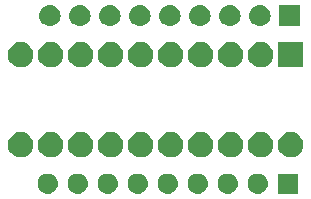
<source format=gbr>
G04 #@! TF.GenerationSoftware,KiCad,Pcbnew,(5.1.0-0)*
G04 #@! TF.CreationDate,2019-09-18T19:57:21-07:00*
G04 #@! TF.ProjectId,LEDRiser8,4c454452-6973-4657-9238-2e6b69636164,rev?*
G04 #@! TF.SameCoordinates,Original*
G04 #@! TF.FileFunction,Soldermask,Bot*
G04 #@! TF.FilePolarity,Negative*
%FSLAX46Y46*%
G04 Gerber Fmt 4.6, Leading zero omitted, Abs format (unit mm)*
G04 Created by KiCad (PCBNEW (5.1.0-0)) date 2019-09-18 19:57:21*
%MOMM*%
%LPD*%
G04 APERTURE LIST*
%ADD10C,0.100000*%
G04 APERTURE END LIST*
D10*
G36*
X124803000Y-83909000D02*
G01*
X123101000Y-83909000D01*
X123101000Y-82207000D01*
X124803000Y-82207000D01*
X124803000Y-83909000D01*
X124803000Y-83909000D01*
G37*
G36*
X121578823Y-82219313D02*
G01*
X121739242Y-82267976D01*
X121871906Y-82338886D01*
X121887078Y-82346996D01*
X122016659Y-82453341D01*
X122123004Y-82582922D01*
X122123005Y-82582924D01*
X122202024Y-82730758D01*
X122250687Y-82891177D01*
X122267117Y-83058000D01*
X122250687Y-83224823D01*
X122202024Y-83385242D01*
X122131114Y-83517906D01*
X122123004Y-83533078D01*
X122016659Y-83662659D01*
X121887078Y-83769004D01*
X121887076Y-83769005D01*
X121739242Y-83848024D01*
X121578823Y-83896687D01*
X121453804Y-83909000D01*
X121370196Y-83909000D01*
X121245177Y-83896687D01*
X121084758Y-83848024D01*
X120936924Y-83769005D01*
X120936922Y-83769004D01*
X120807341Y-83662659D01*
X120700996Y-83533078D01*
X120692886Y-83517906D01*
X120621976Y-83385242D01*
X120573313Y-83224823D01*
X120556883Y-83058000D01*
X120573313Y-82891177D01*
X120621976Y-82730758D01*
X120700995Y-82582924D01*
X120700996Y-82582922D01*
X120807341Y-82453341D01*
X120936922Y-82346996D01*
X120952094Y-82338886D01*
X121084758Y-82267976D01*
X121245177Y-82219313D01*
X121370196Y-82207000D01*
X121453804Y-82207000D01*
X121578823Y-82219313D01*
X121578823Y-82219313D01*
G37*
G36*
X119038823Y-82219313D02*
G01*
X119199242Y-82267976D01*
X119331906Y-82338886D01*
X119347078Y-82346996D01*
X119476659Y-82453341D01*
X119583004Y-82582922D01*
X119583005Y-82582924D01*
X119662024Y-82730758D01*
X119710687Y-82891177D01*
X119727117Y-83058000D01*
X119710687Y-83224823D01*
X119662024Y-83385242D01*
X119591114Y-83517906D01*
X119583004Y-83533078D01*
X119476659Y-83662659D01*
X119347078Y-83769004D01*
X119347076Y-83769005D01*
X119199242Y-83848024D01*
X119038823Y-83896687D01*
X118913804Y-83909000D01*
X118830196Y-83909000D01*
X118705177Y-83896687D01*
X118544758Y-83848024D01*
X118396924Y-83769005D01*
X118396922Y-83769004D01*
X118267341Y-83662659D01*
X118160996Y-83533078D01*
X118152886Y-83517906D01*
X118081976Y-83385242D01*
X118033313Y-83224823D01*
X118016883Y-83058000D01*
X118033313Y-82891177D01*
X118081976Y-82730758D01*
X118160995Y-82582924D01*
X118160996Y-82582922D01*
X118267341Y-82453341D01*
X118396922Y-82346996D01*
X118412094Y-82338886D01*
X118544758Y-82267976D01*
X118705177Y-82219313D01*
X118830196Y-82207000D01*
X118913804Y-82207000D01*
X119038823Y-82219313D01*
X119038823Y-82219313D01*
G37*
G36*
X116498823Y-82219313D02*
G01*
X116659242Y-82267976D01*
X116791906Y-82338886D01*
X116807078Y-82346996D01*
X116936659Y-82453341D01*
X117043004Y-82582922D01*
X117043005Y-82582924D01*
X117122024Y-82730758D01*
X117170687Y-82891177D01*
X117187117Y-83058000D01*
X117170687Y-83224823D01*
X117122024Y-83385242D01*
X117051114Y-83517906D01*
X117043004Y-83533078D01*
X116936659Y-83662659D01*
X116807078Y-83769004D01*
X116807076Y-83769005D01*
X116659242Y-83848024D01*
X116498823Y-83896687D01*
X116373804Y-83909000D01*
X116290196Y-83909000D01*
X116165177Y-83896687D01*
X116004758Y-83848024D01*
X115856924Y-83769005D01*
X115856922Y-83769004D01*
X115727341Y-83662659D01*
X115620996Y-83533078D01*
X115612886Y-83517906D01*
X115541976Y-83385242D01*
X115493313Y-83224823D01*
X115476883Y-83058000D01*
X115493313Y-82891177D01*
X115541976Y-82730758D01*
X115620995Y-82582924D01*
X115620996Y-82582922D01*
X115727341Y-82453341D01*
X115856922Y-82346996D01*
X115872094Y-82338886D01*
X116004758Y-82267976D01*
X116165177Y-82219313D01*
X116290196Y-82207000D01*
X116373804Y-82207000D01*
X116498823Y-82219313D01*
X116498823Y-82219313D01*
G37*
G36*
X113958823Y-82219313D02*
G01*
X114119242Y-82267976D01*
X114251906Y-82338886D01*
X114267078Y-82346996D01*
X114396659Y-82453341D01*
X114503004Y-82582922D01*
X114503005Y-82582924D01*
X114582024Y-82730758D01*
X114630687Y-82891177D01*
X114647117Y-83058000D01*
X114630687Y-83224823D01*
X114582024Y-83385242D01*
X114511114Y-83517906D01*
X114503004Y-83533078D01*
X114396659Y-83662659D01*
X114267078Y-83769004D01*
X114267076Y-83769005D01*
X114119242Y-83848024D01*
X113958823Y-83896687D01*
X113833804Y-83909000D01*
X113750196Y-83909000D01*
X113625177Y-83896687D01*
X113464758Y-83848024D01*
X113316924Y-83769005D01*
X113316922Y-83769004D01*
X113187341Y-83662659D01*
X113080996Y-83533078D01*
X113072886Y-83517906D01*
X113001976Y-83385242D01*
X112953313Y-83224823D01*
X112936883Y-83058000D01*
X112953313Y-82891177D01*
X113001976Y-82730758D01*
X113080995Y-82582924D01*
X113080996Y-82582922D01*
X113187341Y-82453341D01*
X113316922Y-82346996D01*
X113332094Y-82338886D01*
X113464758Y-82267976D01*
X113625177Y-82219313D01*
X113750196Y-82207000D01*
X113833804Y-82207000D01*
X113958823Y-82219313D01*
X113958823Y-82219313D01*
G37*
G36*
X111418823Y-82219313D02*
G01*
X111579242Y-82267976D01*
X111711906Y-82338886D01*
X111727078Y-82346996D01*
X111856659Y-82453341D01*
X111963004Y-82582922D01*
X111963005Y-82582924D01*
X112042024Y-82730758D01*
X112090687Y-82891177D01*
X112107117Y-83058000D01*
X112090687Y-83224823D01*
X112042024Y-83385242D01*
X111971114Y-83517906D01*
X111963004Y-83533078D01*
X111856659Y-83662659D01*
X111727078Y-83769004D01*
X111727076Y-83769005D01*
X111579242Y-83848024D01*
X111418823Y-83896687D01*
X111293804Y-83909000D01*
X111210196Y-83909000D01*
X111085177Y-83896687D01*
X110924758Y-83848024D01*
X110776924Y-83769005D01*
X110776922Y-83769004D01*
X110647341Y-83662659D01*
X110540996Y-83533078D01*
X110532886Y-83517906D01*
X110461976Y-83385242D01*
X110413313Y-83224823D01*
X110396883Y-83058000D01*
X110413313Y-82891177D01*
X110461976Y-82730758D01*
X110540995Y-82582924D01*
X110540996Y-82582922D01*
X110647341Y-82453341D01*
X110776922Y-82346996D01*
X110792094Y-82338886D01*
X110924758Y-82267976D01*
X111085177Y-82219313D01*
X111210196Y-82207000D01*
X111293804Y-82207000D01*
X111418823Y-82219313D01*
X111418823Y-82219313D01*
G37*
G36*
X108878823Y-82219313D02*
G01*
X109039242Y-82267976D01*
X109171906Y-82338886D01*
X109187078Y-82346996D01*
X109316659Y-82453341D01*
X109423004Y-82582922D01*
X109423005Y-82582924D01*
X109502024Y-82730758D01*
X109550687Y-82891177D01*
X109567117Y-83058000D01*
X109550687Y-83224823D01*
X109502024Y-83385242D01*
X109431114Y-83517906D01*
X109423004Y-83533078D01*
X109316659Y-83662659D01*
X109187078Y-83769004D01*
X109187076Y-83769005D01*
X109039242Y-83848024D01*
X108878823Y-83896687D01*
X108753804Y-83909000D01*
X108670196Y-83909000D01*
X108545177Y-83896687D01*
X108384758Y-83848024D01*
X108236924Y-83769005D01*
X108236922Y-83769004D01*
X108107341Y-83662659D01*
X108000996Y-83533078D01*
X107992886Y-83517906D01*
X107921976Y-83385242D01*
X107873313Y-83224823D01*
X107856883Y-83058000D01*
X107873313Y-82891177D01*
X107921976Y-82730758D01*
X108000995Y-82582924D01*
X108000996Y-82582922D01*
X108107341Y-82453341D01*
X108236922Y-82346996D01*
X108252094Y-82338886D01*
X108384758Y-82267976D01*
X108545177Y-82219313D01*
X108670196Y-82207000D01*
X108753804Y-82207000D01*
X108878823Y-82219313D01*
X108878823Y-82219313D01*
G37*
G36*
X106338823Y-82219313D02*
G01*
X106499242Y-82267976D01*
X106631906Y-82338886D01*
X106647078Y-82346996D01*
X106776659Y-82453341D01*
X106883004Y-82582922D01*
X106883005Y-82582924D01*
X106962024Y-82730758D01*
X107010687Y-82891177D01*
X107027117Y-83058000D01*
X107010687Y-83224823D01*
X106962024Y-83385242D01*
X106891114Y-83517906D01*
X106883004Y-83533078D01*
X106776659Y-83662659D01*
X106647078Y-83769004D01*
X106647076Y-83769005D01*
X106499242Y-83848024D01*
X106338823Y-83896687D01*
X106213804Y-83909000D01*
X106130196Y-83909000D01*
X106005177Y-83896687D01*
X105844758Y-83848024D01*
X105696924Y-83769005D01*
X105696922Y-83769004D01*
X105567341Y-83662659D01*
X105460996Y-83533078D01*
X105452886Y-83517906D01*
X105381976Y-83385242D01*
X105333313Y-83224823D01*
X105316883Y-83058000D01*
X105333313Y-82891177D01*
X105381976Y-82730758D01*
X105460995Y-82582924D01*
X105460996Y-82582922D01*
X105567341Y-82453341D01*
X105696922Y-82346996D01*
X105712094Y-82338886D01*
X105844758Y-82267976D01*
X106005177Y-82219313D01*
X106130196Y-82207000D01*
X106213804Y-82207000D01*
X106338823Y-82219313D01*
X106338823Y-82219313D01*
G37*
G36*
X103798823Y-82219313D02*
G01*
X103959242Y-82267976D01*
X104091906Y-82338886D01*
X104107078Y-82346996D01*
X104236659Y-82453341D01*
X104343004Y-82582922D01*
X104343005Y-82582924D01*
X104422024Y-82730758D01*
X104470687Y-82891177D01*
X104487117Y-83058000D01*
X104470687Y-83224823D01*
X104422024Y-83385242D01*
X104351114Y-83517906D01*
X104343004Y-83533078D01*
X104236659Y-83662659D01*
X104107078Y-83769004D01*
X104107076Y-83769005D01*
X103959242Y-83848024D01*
X103798823Y-83896687D01*
X103673804Y-83909000D01*
X103590196Y-83909000D01*
X103465177Y-83896687D01*
X103304758Y-83848024D01*
X103156924Y-83769005D01*
X103156922Y-83769004D01*
X103027341Y-83662659D01*
X102920996Y-83533078D01*
X102912886Y-83517906D01*
X102841976Y-83385242D01*
X102793313Y-83224823D01*
X102776883Y-83058000D01*
X102793313Y-82891177D01*
X102841976Y-82730758D01*
X102920995Y-82582924D01*
X102920996Y-82582922D01*
X103027341Y-82453341D01*
X103156922Y-82346996D01*
X103172094Y-82338886D01*
X103304758Y-82267976D01*
X103465177Y-82219313D01*
X103590196Y-82207000D01*
X103673804Y-82207000D01*
X103798823Y-82219313D01*
X103798823Y-82219313D01*
G37*
G36*
X101657231Y-78730003D02*
G01*
X101851412Y-78810436D01*
X101851414Y-78810437D01*
X102026173Y-78927207D01*
X102174793Y-79075827D01*
X102291563Y-79250586D01*
X102291564Y-79250588D01*
X102371997Y-79444769D01*
X102413000Y-79650908D01*
X102413000Y-79861092D01*
X102371997Y-80067231D01*
X102291564Y-80261412D01*
X102291563Y-80261414D01*
X102174793Y-80436173D01*
X102026173Y-80584793D01*
X101851414Y-80701563D01*
X101851413Y-80701564D01*
X101851412Y-80701564D01*
X101657231Y-80781997D01*
X101451092Y-80823000D01*
X101240908Y-80823000D01*
X101034769Y-80781997D01*
X100840588Y-80701564D01*
X100840587Y-80701564D01*
X100840586Y-80701563D01*
X100665827Y-80584793D01*
X100517207Y-80436173D01*
X100400437Y-80261414D01*
X100400436Y-80261412D01*
X100320003Y-80067231D01*
X100279000Y-79861092D01*
X100279000Y-79650908D01*
X100320003Y-79444769D01*
X100400436Y-79250588D01*
X100400437Y-79250586D01*
X100517207Y-79075827D01*
X100665827Y-78927207D01*
X100840586Y-78810437D01*
X100840588Y-78810436D01*
X101034769Y-78730003D01*
X101240908Y-78689000D01*
X101451092Y-78689000D01*
X101657231Y-78730003D01*
X101657231Y-78730003D01*
G37*
G36*
X104197231Y-78730003D02*
G01*
X104391412Y-78810436D01*
X104391414Y-78810437D01*
X104566173Y-78927207D01*
X104714793Y-79075827D01*
X104831563Y-79250586D01*
X104831564Y-79250588D01*
X104911997Y-79444769D01*
X104953000Y-79650908D01*
X104953000Y-79861092D01*
X104911997Y-80067231D01*
X104831564Y-80261412D01*
X104831563Y-80261414D01*
X104714793Y-80436173D01*
X104566173Y-80584793D01*
X104391414Y-80701563D01*
X104391413Y-80701564D01*
X104391412Y-80701564D01*
X104197231Y-80781997D01*
X103991092Y-80823000D01*
X103780908Y-80823000D01*
X103574769Y-80781997D01*
X103380588Y-80701564D01*
X103380587Y-80701564D01*
X103380586Y-80701563D01*
X103205827Y-80584793D01*
X103057207Y-80436173D01*
X102940437Y-80261414D01*
X102940436Y-80261412D01*
X102860003Y-80067231D01*
X102819000Y-79861092D01*
X102819000Y-79650908D01*
X102860003Y-79444769D01*
X102940436Y-79250588D01*
X102940437Y-79250586D01*
X103057207Y-79075827D01*
X103205827Y-78927207D01*
X103380586Y-78810437D01*
X103380588Y-78810436D01*
X103574769Y-78730003D01*
X103780908Y-78689000D01*
X103991092Y-78689000D01*
X104197231Y-78730003D01*
X104197231Y-78730003D01*
G37*
G36*
X109277231Y-78730003D02*
G01*
X109471412Y-78810436D01*
X109471414Y-78810437D01*
X109646173Y-78927207D01*
X109794793Y-79075827D01*
X109911563Y-79250586D01*
X109911564Y-79250588D01*
X109991997Y-79444769D01*
X110033000Y-79650908D01*
X110033000Y-79861092D01*
X109991997Y-80067231D01*
X109911564Y-80261412D01*
X109911563Y-80261414D01*
X109794793Y-80436173D01*
X109646173Y-80584793D01*
X109471414Y-80701563D01*
X109471413Y-80701564D01*
X109471412Y-80701564D01*
X109277231Y-80781997D01*
X109071092Y-80823000D01*
X108860908Y-80823000D01*
X108654769Y-80781997D01*
X108460588Y-80701564D01*
X108460587Y-80701564D01*
X108460586Y-80701563D01*
X108285827Y-80584793D01*
X108137207Y-80436173D01*
X108020437Y-80261414D01*
X108020436Y-80261412D01*
X107940003Y-80067231D01*
X107899000Y-79861092D01*
X107899000Y-79650908D01*
X107940003Y-79444769D01*
X108020436Y-79250588D01*
X108020437Y-79250586D01*
X108137207Y-79075827D01*
X108285827Y-78927207D01*
X108460586Y-78810437D01*
X108460588Y-78810436D01*
X108654769Y-78730003D01*
X108860908Y-78689000D01*
X109071092Y-78689000D01*
X109277231Y-78730003D01*
X109277231Y-78730003D01*
G37*
G36*
X111817231Y-78730003D02*
G01*
X112011412Y-78810436D01*
X112011414Y-78810437D01*
X112186173Y-78927207D01*
X112334793Y-79075827D01*
X112451563Y-79250586D01*
X112451564Y-79250588D01*
X112531997Y-79444769D01*
X112573000Y-79650908D01*
X112573000Y-79861092D01*
X112531997Y-80067231D01*
X112451564Y-80261412D01*
X112451563Y-80261414D01*
X112334793Y-80436173D01*
X112186173Y-80584793D01*
X112011414Y-80701563D01*
X112011413Y-80701564D01*
X112011412Y-80701564D01*
X111817231Y-80781997D01*
X111611092Y-80823000D01*
X111400908Y-80823000D01*
X111194769Y-80781997D01*
X111000588Y-80701564D01*
X111000587Y-80701564D01*
X111000586Y-80701563D01*
X110825827Y-80584793D01*
X110677207Y-80436173D01*
X110560437Y-80261414D01*
X110560436Y-80261412D01*
X110480003Y-80067231D01*
X110439000Y-79861092D01*
X110439000Y-79650908D01*
X110480003Y-79444769D01*
X110560436Y-79250588D01*
X110560437Y-79250586D01*
X110677207Y-79075827D01*
X110825827Y-78927207D01*
X111000586Y-78810437D01*
X111000588Y-78810436D01*
X111194769Y-78730003D01*
X111400908Y-78689000D01*
X111611092Y-78689000D01*
X111817231Y-78730003D01*
X111817231Y-78730003D01*
G37*
G36*
X114357231Y-78730003D02*
G01*
X114551412Y-78810436D01*
X114551414Y-78810437D01*
X114726173Y-78927207D01*
X114874793Y-79075827D01*
X114991563Y-79250586D01*
X114991564Y-79250588D01*
X115071997Y-79444769D01*
X115113000Y-79650908D01*
X115113000Y-79861092D01*
X115071997Y-80067231D01*
X114991564Y-80261412D01*
X114991563Y-80261414D01*
X114874793Y-80436173D01*
X114726173Y-80584793D01*
X114551414Y-80701563D01*
X114551413Y-80701564D01*
X114551412Y-80701564D01*
X114357231Y-80781997D01*
X114151092Y-80823000D01*
X113940908Y-80823000D01*
X113734769Y-80781997D01*
X113540588Y-80701564D01*
X113540587Y-80701564D01*
X113540586Y-80701563D01*
X113365827Y-80584793D01*
X113217207Y-80436173D01*
X113100437Y-80261414D01*
X113100436Y-80261412D01*
X113020003Y-80067231D01*
X112979000Y-79861092D01*
X112979000Y-79650908D01*
X113020003Y-79444769D01*
X113100436Y-79250588D01*
X113100437Y-79250586D01*
X113217207Y-79075827D01*
X113365827Y-78927207D01*
X113540586Y-78810437D01*
X113540588Y-78810436D01*
X113734769Y-78730003D01*
X113940908Y-78689000D01*
X114151092Y-78689000D01*
X114357231Y-78730003D01*
X114357231Y-78730003D01*
G37*
G36*
X116897231Y-78730003D02*
G01*
X117091412Y-78810436D01*
X117091414Y-78810437D01*
X117266173Y-78927207D01*
X117414793Y-79075827D01*
X117531563Y-79250586D01*
X117531564Y-79250588D01*
X117611997Y-79444769D01*
X117653000Y-79650908D01*
X117653000Y-79861092D01*
X117611997Y-80067231D01*
X117531564Y-80261412D01*
X117531563Y-80261414D01*
X117414793Y-80436173D01*
X117266173Y-80584793D01*
X117091414Y-80701563D01*
X117091413Y-80701564D01*
X117091412Y-80701564D01*
X116897231Y-80781997D01*
X116691092Y-80823000D01*
X116480908Y-80823000D01*
X116274769Y-80781997D01*
X116080588Y-80701564D01*
X116080587Y-80701564D01*
X116080586Y-80701563D01*
X115905827Y-80584793D01*
X115757207Y-80436173D01*
X115640437Y-80261414D01*
X115640436Y-80261412D01*
X115560003Y-80067231D01*
X115519000Y-79861092D01*
X115519000Y-79650908D01*
X115560003Y-79444769D01*
X115640436Y-79250588D01*
X115640437Y-79250586D01*
X115757207Y-79075827D01*
X115905827Y-78927207D01*
X116080586Y-78810437D01*
X116080588Y-78810436D01*
X116274769Y-78730003D01*
X116480908Y-78689000D01*
X116691092Y-78689000D01*
X116897231Y-78730003D01*
X116897231Y-78730003D01*
G37*
G36*
X119437231Y-78730003D02*
G01*
X119631412Y-78810436D01*
X119631414Y-78810437D01*
X119806173Y-78927207D01*
X119954793Y-79075827D01*
X120071563Y-79250586D01*
X120071564Y-79250588D01*
X120151997Y-79444769D01*
X120193000Y-79650908D01*
X120193000Y-79861092D01*
X120151997Y-80067231D01*
X120071564Y-80261412D01*
X120071563Y-80261414D01*
X119954793Y-80436173D01*
X119806173Y-80584793D01*
X119631414Y-80701563D01*
X119631413Y-80701564D01*
X119631412Y-80701564D01*
X119437231Y-80781997D01*
X119231092Y-80823000D01*
X119020908Y-80823000D01*
X118814769Y-80781997D01*
X118620588Y-80701564D01*
X118620587Y-80701564D01*
X118620586Y-80701563D01*
X118445827Y-80584793D01*
X118297207Y-80436173D01*
X118180437Y-80261414D01*
X118180436Y-80261412D01*
X118100003Y-80067231D01*
X118059000Y-79861092D01*
X118059000Y-79650908D01*
X118100003Y-79444769D01*
X118180436Y-79250588D01*
X118180437Y-79250586D01*
X118297207Y-79075827D01*
X118445827Y-78927207D01*
X118620586Y-78810437D01*
X118620588Y-78810436D01*
X118814769Y-78730003D01*
X119020908Y-78689000D01*
X119231092Y-78689000D01*
X119437231Y-78730003D01*
X119437231Y-78730003D01*
G37*
G36*
X121977231Y-78730003D02*
G01*
X122171412Y-78810436D01*
X122171414Y-78810437D01*
X122346173Y-78927207D01*
X122494793Y-79075827D01*
X122611563Y-79250586D01*
X122611564Y-79250588D01*
X122691997Y-79444769D01*
X122733000Y-79650908D01*
X122733000Y-79861092D01*
X122691997Y-80067231D01*
X122611564Y-80261412D01*
X122611563Y-80261414D01*
X122494793Y-80436173D01*
X122346173Y-80584793D01*
X122171414Y-80701563D01*
X122171413Y-80701564D01*
X122171412Y-80701564D01*
X121977231Y-80781997D01*
X121771092Y-80823000D01*
X121560908Y-80823000D01*
X121354769Y-80781997D01*
X121160588Y-80701564D01*
X121160587Y-80701564D01*
X121160586Y-80701563D01*
X120985827Y-80584793D01*
X120837207Y-80436173D01*
X120720437Y-80261414D01*
X120720436Y-80261412D01*
X120640003Y-80067231D01*
X120599000Y-79861092D01*
X120599000Y-79650908D01*
X120640003Y-79444769D01*
X120720436Y-79250588D01*
X120720437Y-79250586D01*
X120837207Y-79075827D01*
X120985827Y-78927207D01*
X121160586Y-78810437D01*
X121160588Y-78810436D01*
X121354769Y-78730003D01*
X121560908Y-78689000D01*
X121771092Y-78689000D01*
X121977231Y-78730003D01*
X121977231Y-78730003D01*
G37*
G36*
X124517231Y-78730003D02*
G01*
X124711412Y-78810436D01*
X124711414Y-78810437D01*
X124886173Y-78927207D01*
X125034793Y-79075827D01*
X125151563Y-79250586D01*
X125151564Y-79250588D01*
X125231997Y-79444769D01*
X125273000Y-79650908D01*
X125273000Y-79861092D01*
X125231997Y-80067231D01*
X125151564Y-80261412D01*
X125151563Y-80261414D01*
X125034793Y-80436173D01*
X124886173Y-80584793D01*
X124711414Y-80701563D01*
X124711413Y-80701564D01*
X124711412Y-80701564D01*
X124517231Y-80781997D01*
X124311092Y-80823000D01*
X124100908Y-80823000D01*
X123894769Y-80781997D01*
X123700588Y-80701564D01*
X123700587Y-80701564D01*
X123700586Y-80701563D01*
X123525827Y-80584793D01*
X123377207Y-80436173D01*
X123260437Y-80261414D01*
X123260436Y-80261412D01*
X123180003Y-80067231D01*
X123139000Y-79861092D01*
X123139000Y-79650908D01*
X123180003Y-79444769D01*
X123260436Y-79250588D01*
X123260437Y-79250586D01*
X123377207Y-79075827D01*
X123525827Y-78927207D01*
X123700586Y-78810437D01*
X123700588Y-78810436D01*
X123894769Y-78730003D01*
X124100908Y-78689000D01*
X124311092Y-78689000D01*
X124517231Y-78730003D01*
X124517231Y-78730003D01*
G37*
G36*
X106737231Y-78730003D02*
G01*
X106931412Y-78810436D01*
X106931414Y-78810437D01*
X107106173Y-78927207D01*
X107254793Y-79075827D01*
X107371563Y-79250586D01*
X107371564Y-79250588D01*
X107451997Y-79444769D01*
X107493000Y-79650908D01*
X107493000Y-79861092D01*
X107451997Y-80067231D01*
X107371564Y-80261412D01*
X107371563Y-80261414D01*
X107254793Y-80436173D01*
X107106173Y-80584793D01*
X106931414Y-80701563D01*
X106931413Y-80701564D01*
X106931412Y-80701564D01*
X106737231Y-80781997D01*
X106531092Y-80823000D01*
X106320908Y-80823000D01*
X106114769Y-80781997D01*
X105920588Y-80701564D01*
X105920587Y-80701564D01*
X105920586Y-80701563D01*
X105745827Y-80584793D01*
X105597207Y-80436173D01*
X105480437Y-80261414D01*
X105480436Y-80261412D01*
X105400003Y-80067231D01*
X105359000Y-79861092D01*
X105359000Y-79650908D01*
X105400003Y-79444769D01*
X105480436Y-79250588D01*
X105480437Y-79250586D01*
X105597207Y-79075827D01*
X105745827Y-78927207D01*
X105920586Y-78810437D01*
X105920588Y-78810436D01*
X106114769Y-78730003D01*
X106320908Y-78689000D01*
X106531092Y-78689000D01*
X106737231Y-78730003D01*
X106737231Y-78730003D01*
G37*
G36*
X125273000Y-73203000D02*
G01*
X123139000Y-73203000D01*
X123139000Y-71069000D01*
X125273000Y-71069000D01*
X125273000Y-73203000D01*
X125273000Y-73203000D01*
G37*
G36*
X104197231Y-71110003D02*
G01*
X104391412Y-71190436D01*
X104391414Y-71190437D01*
X104566173Y-71307207D01*
X104714793Y-71455827D01*
X104831563Y-71630586D01*
X104831564Y-71630588D01*
X104911997Y-71824769D01*
X104953000Y-72030908D01*
X104953000Y-72241092D01*
X104911997Y-72447231D01*
X104831564Y-72641412D01*
X104831563Y-72641414D01*
X104714793Y-72816173D01*
X104566173Y-72964793D01*
X104391414Y-73081563D01*
X104391413Y-73081564D01*
X104391412Y-73081564D01*
X104197231Y-73161997D01*
X103991092Y-73203000D01*
X103780908Y-73203000D01*
X103574769Y-73161997D01*
X103380588Y-73081564D01*
X103380587Y-73081564D01*
X103380586Y-73081563D01*
X103205827Y-72964793D01*
X103057207Y-72816173D01*
X102940437Y-72641414D01*
X102940436Y-72641412D01*
X102860003Y-72447231D01*
X102819000Y-72241092D01*
X102819000Y-72030908D01*
X102860003Y-71824769D01*
X102940436Y-71630588D01*
X102940437Y-71630586D01*
X103057207Y-71455827D01*
X103205827Y-71307207D01*
X103380586Y-71190437D01*
X103380588Y-71190436D01*
X103574769Y-71110003D01*
X103780908Y-71069000D01*
X103991092Y-71069000D01*
X104197231Y-71110003D01*
X104197231Y-71110003D01*
G37*
G36*
X121977231Y-71110003D02*
G01*
X122171412Y-71190436D01*
X122171414Y-71190437D01*
X122346173Y-71307207D01*
X122494793Y-71455827D01*
X122611563Y-71630586D01*
X122611564Y-71630588D01*
X122691997Y-71824769D01*
X122733000Y-72030908D01*
X122733000Y-72241092D01*
X122691997Y-72447231D01*
X122611564Y-72641412D01*
X122611563Y-72641414D01*
X122494793Y-72816173D01*
X122346173Y-72964793D01*
X122171414Y-73081563D01*
X122171413Y-73081564D01*
X122171412Y-73081564D01*
X121977231Y-73161997D01*
X121771092Y-73203000D01*
X121560908Y-73203000D01*
X121354769Y-73161997D01*
X121160588Y-73081564D01*
X121160587Y-73081564D01*
X121160586Y-73081563D01*
X120985827Y-72964793D01*
X120837207Y-72816173D01*
X120720437Y-72641414D01*
X120720436Y-72641412D01*
X120640003Y-72447231D01*
X120599000Y-72241092D01*
X120599000Y-72030908D01*
X120640003Y-71824769D01*
X120720436Y-71630588D01*
X120720437Y-71630586D01*
X120837207Y-71455827D01*
X120985827Y-71307207D01*
X121160586Y-71190437D01*
X121160588Y-71190436D01*
X121354769Y-71110003D01*
X121560908Y-71069000D01*
X121771092Y-71069000D01*
X121977231Y-71110003D01*
X121977231Y-71110003D01*
G37*
G36*
X119437231Y-71110003D02*
G01*
X119631412Y-71190436D01*
X119631414Y-71190437D01*
X119806173Y-71307207D01*
X119954793Y-71455827D01*
X120071563Y-71630586D01*
X120071564Y-71630588D01*
X120151997Y-71824769D01*
X120193000Y-72030908D01*
X120193000Y-72241092D01*
X120151997Y-72447231D01*
X120071564Y-72641412D01*
X120071563Y-72641414D01*
X119954793Y-72816173D01*
X119806173Y-72964793D01*
X119631414Y-73081563D01*
X119631413Y-73081564D01*
X119631412Y-73081564D01*
X119437231Y-73161997D01*
X119231092Y-73203000D01*
X119020908Y-73203000D01*
X118814769Y-73161997D01*
X118620588Y-73081564D01*
X118620587Y-73081564D01*
X118620586Y-73081563D01*
X118445827Y-72964793D01*
X118297207Y-72816173D01*
X118180437Y-72641414D01*
X118180436Y-72641412D01*
X118100003Y-72447231D01*
X118059000Y-72241092D01*
X118059000Y-72030908D01*
X118100003Y-71824769D01*
X118180436Y-71630588D01*
X118180437Y-71630586D01*
X118297207Y-71455827D01*
X118445827Y-71307207D01*
X118620586Y-71190437D01*
X118620588Y-71190436D01*
X118814769Y-71110003D01*
X119020908Y-71069000D01*
X119231092Y-71069000D01*
X119437231Y-71110003D01*
X119437231Y-71110003D01*
G37*
G36*
X116897231Y-71110003D02*
G01*
X117091412Y-71190436D01*
X117091414Y-71190437D01*
X117266173Y-71307207D01*
X117414793Y-71455827D01*
X117531563Y-71630586D01*
X117531564Y-71630588D01*
X117611997Y-71824769D01*
X117653000Y-72030908D01*
X117653000Y-72241092D01*
X117611997Y-72447231D01*
X117531564Y-72641412D01*
X117531563Y-72641414D01*
X117414793Y-72816173D01*
X117266173Y-72964793D01*
X117091414Y-73081563D01*
X117091413Y-73081564D01*
X117091412Y-73081564D01*
X116897231Y-73161997D01*
X116691092Y-73203000D01*
X116480908Y-73203000D01*
X116274769Y-73161997D01*
X116080588Y-73081564D01*
X116080587Y-73081564D01*
X116080586Y-73081563D01*
X115905827Y-72964793D01*
X115757207Y-72816173D01*
X115640437Y-72641414D01*
X115640436Y-72641412D01*
X115560003Y-72447231D01*
X115519000Y-72241092D01*
X115519000Y-72030908D01*
X115560003Y-71824769D01*
X115640436Y-71630588D01*
X115640437Y-71630586D01*
X115757207Y-71455827D01*
X115905827Y-71307207D01*
X116080586Y-71190437D01*
X116080588Y-71190436D01*
X116274769Y-71110003D01*
X116480908Y-71069000D01*
X116691092Y-71069000D01*
X116897231Y-71110003D01*
X116897231Y-71110003D01*
G37*
G36*
X114357231Y-71110003D02*
G01*
X114551412Y-71190436D01*
X114551414Y-71190437D01*
X114726173Y-71307207D01*
X114874793Y-71455827D01*
X114991563Y-71630586D01*
X114991564Y-71630588D01*
X115071997Y-71824769D01*
X115113000Y-72030908D01*
X115113000Y-72241092D01*
X115071997Y-72447231D01*
X114991564Y-72641412D01*
X114991563Y-72641414D01*
X114874793Y-72816173D01*
X114726173Y-72964793D01*
X114551414Y-73081563D01*
X114551413Y-73081564D01*
X114551412Y-73081564D01*
X114357231Y-73161997D01*
X114151092Y-73203000D01*
X113940908Y-73203000D01*
X113734769Y-73161997D01*
X113540588Y-73081564D01*
X113540587Y-73081564D01*
X113540586Y-73081563D01*
X113365827Y-72964793D01*
X113217207Y-72816173D01*
X113100437Y-72641414D01*
X113100436Y-72641412D01*
X113020003Y-72447231D01*
X112979000Y-72241092D01*
X112979000Y-72030908D01*
X113020003Y-71824769D01*
X113100436Y-71630588D01*
X113100437Y-71630586D01*
X113217207Y-71455827D01*
X113365827Y-71307207D01*
X113540586Y-71190437D01*
X113540588Y-71190436D01*
X113734769Y-71110003D01*
X113940908Y-71069000D01*
X114151092Y-71069000D01*
X114357231Y-71110003D01*
X114357231Y-71110003D01*
G37*
G36*
X111817231Y-71110003D02*
G01*
X112011412Y-71190436D01*
X112011414Y-71190437D01*
X112186173Y-71307207D01*
X112334793Y-71455827D01*
X112451563Y-71630586D01*
X112451564Y-71630588D01*
X112531997Y-71824769D01*
X112573000Y-72030908D01*
X112573000Y-72241092D01*
X112531997Y-72447231D01*
X112451564Y-72641412D01*
X112451563Y-72641414D01*
X112334793Y-72816173D01*
X112186173Y-72964793D01*
X112011414Y-73081563D01*
X112011413Y-73081564D01*
X112011412Y-73081564D01*
X111817231Y-73161997D01*
X111611092Y-73203000D01*
X111400908Y-73203000D01*
X111194769Y-73161997D01*
X111000588Y-73081564D01*
X111000587Y-73081564D01*
X111000586Y-73081563D01*
X110825827Y-72964793D01*
X110677207Y-72816173D01*
X110560437Y-72641414D01*
X110560436Y-72641412D01*
X110480003Y-72447231D01*
X110439000Y-72241092D01*
X110439000Y-72030908D01*
X110480003Y-71824769D01*
X110560436Y-71630588D01*
X110560437Y-71630586D01*
X110677207Y-71455827D01*
X110825827Y-71307207D01*
X111000586Y-71190437D01*
X111000588Y-71190436D01*
X111194769Y-71110003D01*
X111400908Y-71069000D01*
X111611092Y-71069000D01*
X111817231Y-71110003D01*
X111817231Y-71110003D01*
G37*
G36*
X109277231Y-71110003D02*
G01*
X109471412Y-71190436D01*
X109471414Y-71190437D01*
X109646173Y-71307207D01*
X109794793Y-71455827D01*
X109911563Y-71630586D01*
X109911564Y-71630588D01*
X109991997Y-71824769D01*
X110033000Y-72030908D01*
X110033000Y-72241092D01*
X109991997Y-72447231D01*
X109911564Y-72641412D01*
X109911563Y-72641414D01*
X109794793Y-72816173D01*
X109646173Y-72964793D01*
X109471414Y-73081563D01*
X109471413Y-73081564D01*
X109471412Y-73081564D01*
X109277231Y-73161997D01*
X109071092Y-73203000D01*
X108860908Y-73203000D01*
X108654769Y-73161997D01*
X108460588Y-73081564D01*
X108460587Y-73081564D01*
X108460586Y-73081563D01*
X108285827Y-72964793D01*
X108137207Y-72816173D01*
X108020437Y-72641414D01*
X108020436Y-72641412D01*
X107940003Y-72447231D01*
X107899000Y-72241092D01*
X107899000Y-72030908D01*
X107940003Y-71824769D01*
X108020436Y-71630588D01*
X108020437Y-71630586D01*
X108137207Y-71455827D01*
X108285827Y-71307207D01*
X108460586Y-71190437D01*
X108460588Y-71190436D01*
X108654769Y-71110003D01*
X108860908Y-71069000D01*
X109071092Y-71069000D01*
X109277231Y-71110003D01*
X109277231Y-71110003D01*
G37*
G36*
X106737231Y-71110003D02*
G01*
X106931412Y-71190436D01*
X106931414Y-71190437D01*
X107106173Y-71307207D01*
X107254793Y-71455827D01*
X107371563Y-71630586D01*
X107371564Y-71630588D01*
X107451997Y-71824769D01*
X107493000Y-72030908D01*
X107493000Y-72241092D01*
X107451997Y-72447231D01*
X107371564Y-72641412D01*
X107371563Y-72641414D01*
X107254793Y-72816173D01*
X107106173Y-72964793D01*
X106931414Y-73081563D01*
X106931413Y-73081564D01*
X106931412Y-73081564D01*
X106737231Y-73161997D01*
X106531092Y-73203000D01*
X106320908Y-73203000D01*
X106114769Y-73161997D01*
X105920588Y-73081564D01*
X105920587Y-73081564D01*
X105920586Y-73081563D01*
X105745827Y-72964793D01*
X105597207Y-72816173D01*
X105480437Y-72641414D01*
X105480436Y-72641412D01*
X105400003Y-72447231D01*
X105359000Y-72241092D01*
X105359000Y-72030908D01*
X105400003Y-71824769D01*
X105480436Y-71630588D01*
X105480437Y-71630586D01*
X105597207Y-71455827D01*
X105745827Y-71307207D01*
X105920586Y-71190437D01*
X105920588Y-71190436D01*
X106114769Y-71110003D01*
X106320908Y-71069000D01*
X106531092Y-71069000D01*
X106737231Y-71110003D01*
X106737231Y-71110003D01*
G37*
G36*
X101657231Y-71110003D02*
G01*
X101851412Y-71190436D01*
X101851414Y-71190437D01*
X102026173Y-71307207D01*
X102174793Y-71455827D01*
X102291563Y-71630586D01*
X102291564Y-71630588D01*
X102371997Y-71824769D01*
X102413000Y-72030908D01*
X102413000Y-72241092D01*
X102371997Y-72447231D01*
X102291564Y-72641412D01*
X102291563Y-72641414D01*
X102174793Y-72816173D01*
X102026173Y-72964793D01*
X101851414Y-73081563D01*
X101851413Y-73081564D01*
X101851412Y-73081564D01*
X101657231Y-73161997D01*
X101451092Y-73203000D01*
X101240908Y-73203000D01*
X101034769Y-73161997D01*
X100840588Y-73081564D01*
X100840587Y-73081564D01*
X100840586Y-73081563D01*
X100665827Y-72964793D01*
X100517207Y-72816173D01*
X100400437Y-72641414D01*
X100400436Y-72641412D01*
X100320003Y-72447231D01*
X100279000Y-72241092D01*
X100279000Y-72030908D01*
X100320003Y-71824769D01*
X100400436Y-71630588D01*
X100400437Y-71630586D01*
X100517207Y-71455827D01*
X100665827Y-71307207D01*
X100840586Y-71190437D01*
X100840588Y-71190436D01*
X101034769Y-71110003D01*
X101240908Y-71069000D01*
X101451092Y-71069000D01*
X101657231Y-71110003D01*
X101657231Y-71110003D01*
G37*
G36*
X106471442Y-67939518D02*
G01*
X106537627Y-67946037D01*
X106707466Y-67997557D01*
X106863991Y-68081222D01*
X106899729Y-68110552D01*
X107001186Y-68193814D01*
X107084448Y-68295271D01*
X107113778Y-68331009D01*
X107197443Y-68487534D01*
X107248963Y-68657373D01*
X107266359Y-68834000D01*
X107248963Y-69010627D01*
X107197443Y-69180466D01*
X107113778Y-69336991D01*
X107084448Y-69372729D01*
X107001186Y-69474186D01*
X106899729Y-69557448D01*
X106863991Y-69586778D01*
X106707466Y-69670443D01*
X106537627Y-69721963D01*
X106471443Y-69728481D01*
X106405260Y-69735000D01*
X106316740Y-69735000D01*
X106250557Y-69728481D01*
X106184373Y-69721963D01*
X106014534Y-69670443D01*
X105858009Y-69586778D01*
X105822271Y-69557448D01*
X105720814Y-69474186D01*
X105637552Y-69372729D01*
X105608222Y-69336991D01*
X105524557Y-69180466D01*
X105473037Y-69010627D01*
X105455641Y-68834000D01*
X105473037Y-68657373D01*
X105524557Y-68487534D01*
X105608222Y-68331009D01*
X105637552Y-68295271D01*
X105720814Y-68193814D01*
X105822271Y-68110552D01*
X105858009Y-68081222D01*
X106014534Y-67997557D01*
X106184373Y-67946037D01*
X106250558Y-67939518D01*
X106316740Y-67933000D01*
X106405260Y-67933000D01*
X106471442Y-67939518D01*
X106471442Y-67939518D01*
G37*
G36*
X125042000Y-69735000D02*
G01*
X123240000Y-69735000D01*
X123240000Y-67933000D01*
X125042000Y-67933000D01*
X125042000Y-69735000D01*
X125042000Y-69735000D01*
G37*
G36*
X121711442Y-67939518D02*
G01*
X121777627Y-67946037D01*
X121947466Y-67997557D01*
X122103991Y-68081222D01*
X122139729Y-68110552D01*
X122241186Y-68193814D01*
X122324448Y-68295271D01*
X122353778Y-68331009D01*
X122437443Y-68487534D01*
X122488963Y-68657373D01*
X122506359Y-68834000D01*
X122488963Y-69010627D01*
X122437443Y-69180466D01*
X122353778Y-69336991D01*
X122324448Y-69372729D01*
X122241186Y-69474186D01*
X122139729Y-69557448D01*
X122103991Y-69586778D01*
X121947466Y-69670443D01*
X121777627Y-69721963D01*
X121711443Y-69728481D01*
X121645260Y-69735000D01*
X121556740Y-69735000D01*
X121490557Y-69728481D01*
X121424373Y-69721963D01*
X121254534Y-69670443D01*
X121098009Y-69586778D01*
X121062271Y-69557448D01*
X120960814Y-69474186D01*
X120877552Y-69372729D01*
X120848222Y-69336991D01*
X120764557Y-69180466D01*
X120713037Y-69010627D01*
X120695641Y-68834000D01*
X120713037Y-68657373D01*
X120764557Y-68487534D01*
X120848222Y-68331009D01*
X120877552Y-68295271D01*
X120960814Y-68193814D01*
X121062271Y-68110552D01*
X121098009Y-68081222D01*
X121254534Y-67997557D01*
X121424373Y-67946037D01*
X121490558Y-67939518D01*
X121556740Y-67933000D01*
X121645260Y-67933000D01*
X121711442Y-67939518D01*
X121711442Y-67939518D01*
G37*
G36*
X119171442Y-67939518D02*
G01*
X119237627Y-67946037D01*
X119407466Y-67997557D01*
X119563991Y-68081222D01*
X119599729Y-68110552D01*
X119701186Y-68193814D01*
X119784448Y-68295271D01*
X119813778Y-68331009D01*
X119897443Y-68487534D01*
X119948963Y-68657373D01*
X119966359Y-68834000D01*
X119948963Y-69010627D01*
X119897443Y-69180466D01*
X119813778Y-69336991D01*
X119784448Y-69372729D01*
X119701186Y-69474186D01*
X119599729Y-69557448D01*
X119563991Y-69586778D01*
X119407466Y-69670443D01*
X119237627Y-69721963D01*
X119171443Y-69728481D01*
X119105260Y-69735000D01*
X119016740Y-69735000D01*
X118950557Y-69728481D01*
X118884373Y-69721963D01*
X118714534Y-69670443D01*
X118558009Y-69586778D01*
X118522271Y-69557448D01*
X118420814Y-69474186D01*
X118337552Y-69372729D01*
X118308222Y-69336991D01*
X118224557Y-69180466D01*
X118173037Y-69010627D01*
X118155641Y-68834000D01*
X118173037Y-68657373D01*
X118224557Y-68487534D01*
X118308222Y-68331009D01*
X118337552Y-68295271D01*
X118420814Y-68193814D01*
X118522271Y-68110552D01*
X118558009Y-68081222D01*
X118714534Y-67997557D01*
X118884373Y-67946037D01*
X118950558Y-67939518D01*
X119016740Y-67933000D01*
X119105260Y-67933000D01*
X119171442Y-67939518D01*
X119171442Y-67939518D01*
G37*
G36*
X116631442Y-67939518D02*
G01*
X116697627Y-67946037D01*
X116867466Y-67997557D01*
X117023991Y-68081222D01*
X117059729Y-68110552D01*
X117161186Y-68193814D01*
X117244448Y-68295271D01*
X117273778Y-68331009D01*
X117357443Y-68487534D01*
X117408963Y-68657373D01*
X117426359Y-68834000D01*
X117408963Y-69010627D01*
X117357443Y-69180466D01*
X117273778Y-69336991D01*
X117244448Y-69372729D01*
X117161186Y-69474186D01*
X117059729Y-69557448D01*
X117023991Y-69586778D01*
X116867466Y-69670443D01*
X116697627Y-69721963D01*
X116631443Y-69728481D01*
X116565260Y-69735000D01*
X116476740Y-69735000D01*
X116410557Y-69728481D01*
X116344373Y-69721963D01*
X116174534Y-69670443D01*
X116018009Y-69586778D01*
X115982271Y-69557448D01*
X115880814Y-69474186D01*
X115797552Y-69372729D01*
X115768222Y-69336991D01*
X115684557Y-69180466D01*
X115633037Y-69010627D01*
X115615641Y-68834000D01*
X115633037Y-68657373D01*
X115684557Y-68487534D01*
X115768222Y-68331009D01*
X115797552Y-68295271D01*
X115880814Y-68193814D01*
X115982271Y-68110552D01*
X116018009Y-68081222D01*
X116174534Y-67997557D01*
X116344373Y-67946037D01*
X116410558Y-67939518D01*
X116476740Y-67933000D01*
X116565260Y-67933000D01*
X116631442Y-67939518D01*
X116631442Y-67939518D01*
G37*
G36*
X114091442Y-67939518D02*
G01*
X114157627Y-67946037D01*
X114327466Y-67997557D01*
X114483991Y-68081222D01*
X114519729Y-68110552D01*
X114621186Y-68193814D01*
X114704448Y-68295271D01*
X114733778Y-68331009D01*
X114817443Y-68487534D01*
X114868963Y-68657373D01*
X114886359Y-68834000D01*
X114868963Y-69010627D01*
X114817443Y-69180466D01*
X114733778Y-69336991D01*
X114704448Y-69372729D01*
X114621186Y-69474186D01*
X114519729Y-69557448D01*
X114483991Y-69586778D01*
X114327466Y-69670443D01*
X114157627Y-69721963D01*
X114091443Y-69728481D01*
X114025260Y-69735000D01*
X113936740Y-69735000D01*
X113870557Y-69728481D01*
X113804373Y-69721963D01*
X113634534Y-69670443D01*
X113478009Y-69586778D01*
X113442271Y-69557448D01*
X113340814Y-69474186D01*
X113257552Y-69372729D01*
X113228222Y-69336991D01*
X113144557Y-69180466D01*
X113093037Y-69010627D01*
X113075641Y-68834000D01*
X113093037Y-68657373D01*
X113144557Y-68487534D01*
X113228222Y-68331009D01*
X113257552Y-68295271D01*
X113340814Y-68193814D01*
X113442271Y-68110552D01*
X113478009Y-68081222D01*
X113634534Y-67997557D01*
X113804373Y-67946037D01*
X113870558Y-67939518D01*
X113936740Y-67933000D01*
X114025260Y-67933000D01*
X114091442Y-67939518D01*
X114091442Y-67939518D01*
G37*
G36*
X111551442Y-67939518D02*
G01*
X111617627Y-67946037D01*
X111787466Y-67997557D01*
X111943991Y-68081222D01*
X111979729Y-68110552D01*
X112081186Y-68193814D01*
X112164448Y-68295271D01*
X112193778Y-68331009D01*
X112277443Y-68487534D01*
X112328963Y-68657373D01*
X112346359Y-68834000D01*
X112328963Y-69010627D01*
X112277443Y-69180466D01*
X112193778Y-69336991D01*
X112164448Y-69372729D01*
X112081186Y-69474186D01*
X111979729Y-69557448D01*
X111943991Y-69586778D01*
X111787466Y-69670443D01*
X111617627Y-69721963D01*
X111551443Y-69728481D01*
X111485260Y-69735000D01*
X111396740Y-69735000D01*
X111330557Y-69728481D01*
X111264373Y-69721963D01*
X111094534Y-69670443D01*
X110938009Y-69586778D01*
X110902271Y-69557448D01*
X110800814Y-69474186D01*
X110717552Y-69372729D01*
X110688222Y-69336991D01*
X110604557Y-69180466D01*
X110553037Y-69010627D01*
X110535641Y-68834000D01*
X110553037Y-68657373D01*
X110604557Y-68487534D01*
X110688222Y-68331009D01*
X110717552Y-68295271D01*
X110800814Y-68193814D01*
X110902271Y-68110552D01*
X110938009Y-68081222D01*
X111094534Y-67997557D01*
X111264373Y-67946037D01*
X111330558Y-67939518D01*
X111396740Y-67933000D01*
X111485260Y-67933000D01*
X111551442Y-67939518D01*
X111551442Y-67939518D01*
G37*
G36*
X109011442Y-67939518D02*
G01*
X109077627Y-67946037D01*
X109247466Y-67997557D01*
X109403991Y-68081222D01*
X109439729Y-68110552D01*
X109541186Y-68193814D01*
X109624448Y-68295271D01*
X109653778Y-68331009D01*
X109737443Y-68487534D01*
X109788963Y-68657373D01*
X109806359Y-68834000D01*
X109788963Y-69010627D01*
X109737443Y-69180466D01*
X109653778Y-69336991D01*
X109624448Y-69372729D01*
X109541186Y-69474186D01*
X109439729Y-69557448D01*
X109403991Y-69586778D01*
X109247466Y-69670443D01*
X109077627Y-69721963D01*
X109011443Y-69728481D01*
X108945260Y-69735000D01*
X108856740Y-69735000D01*
X108790557Y-69728481D01*
X108724373Y-69721963D01*
X108554534Y-69670443D01*
X108398009Y-69586778D01*
X108362271Y-69557448D01*
X108260814Y-69474186D01*
X108177552Y-69372729D01*
X108148222Y-69336991D01*
X108064557Y-69180466D01*
X108013037Y-69010627D01*
X107995641Y-68834000D01*
X108013037Y-68657373D01*
X108064557Y-68487534D01*
X108148222Y-68331009D01*
X108177552Y-68295271D01*
X108260814Y-68193814D01*
X108362271Y-68110552D01*
X108398009Y-68081222D01*
X108554534Y-67997557D01*
X108724373Y-67946037D01*
X108790558Y-67939518D01*
X108856740Y-67933000D01*
X108945260Y-67933000D01*
X109011442Y-67939518D01*
X109011442Y-67939518D01*
G37*
G36*
X103931442Y-67939518D02*
G01*
X103997627Y-67946037D01*
X104167466Y-67997557D01*
X104323991Y-68081222D01*
X104359729Y-68110552D01*
X104461186Y-68193814D01*
X104544448Y-68295271D01*
X104573778Y-68331009D01*
X104657443Y-68487534D01*
X104708963Y-68657373D01*
X104726359Y-68834000D01*
X104708963Y-69010627D01*
X104657443Y-69180466D01*
X104573778Y-69336991D01*
X104544448Y-69372729D01*
X104461186Y-69474186D01*
X104359729Y-69557448D01*
X104323991Y-69586778D01*
X104167466Y-69670443D01*
X103997627Y-69721963D01*
X103931443Y-69728481D01*
X103865260Y-69735000D01*
X103776740Y-69735000D01*
X103710557Y-69728481D01*
X103644373Y-69721963D01*
X103474534Y-69670443D01*
X103318009Y-69586778D01*
X103282271Y-69557448D01*
X103180814Y-69474186D01*
X103097552Y-69372729D01*
X103068222Y-69336991D01*
X102984557Y-69180466D01*
X102933037Y-69010627D01*
X102915641Y-68834000D01*
X102933037Y-68657373D01*
X102984557Y-68487534D01*
X103068222Y-68331009D01*
X103097552Y-68295271D01*
X103180814Y-68193814D01*
X103282271Y-68110552D01*
X103318009Y-68081222D01*
X103474534Y-67997557D01*
X103644373Y-67946037D01*
X103710558Y-67939518D01*
X103776740Y-67933000D01*
X103865260Y-67933000D01*
X103931442Y-67939518D01*
X103931442Y-67939518D01*
G37*
M02*

</source>
